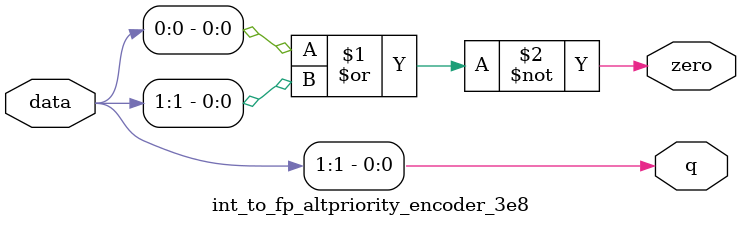
<source format=v>
module  int_to_fp_altpriority_encoder_3e8
	( 
	data,
	q,
	zero) ;
	input   [1:0]  data;
	output   [0:0]  q;
	output   zero;
	assign
		q = {data[1]},
		zero = (~ (data[0] | data[1]));
endmodule
</source>
